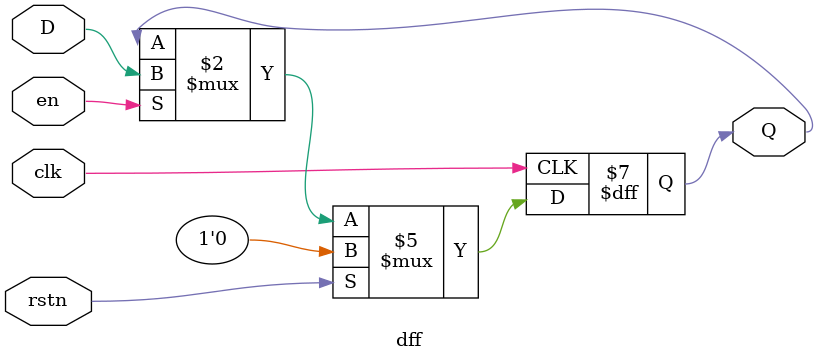
<source format=v>
`timescale 1ns / 1ps


module dff(
    input wire clk, rstn, en, D,
    output reg Q 
);

always @( posedge clk )
    if (rstn)
        Q <= 0;
    else if (en)
        Q <= D;

endmodule

</source>
